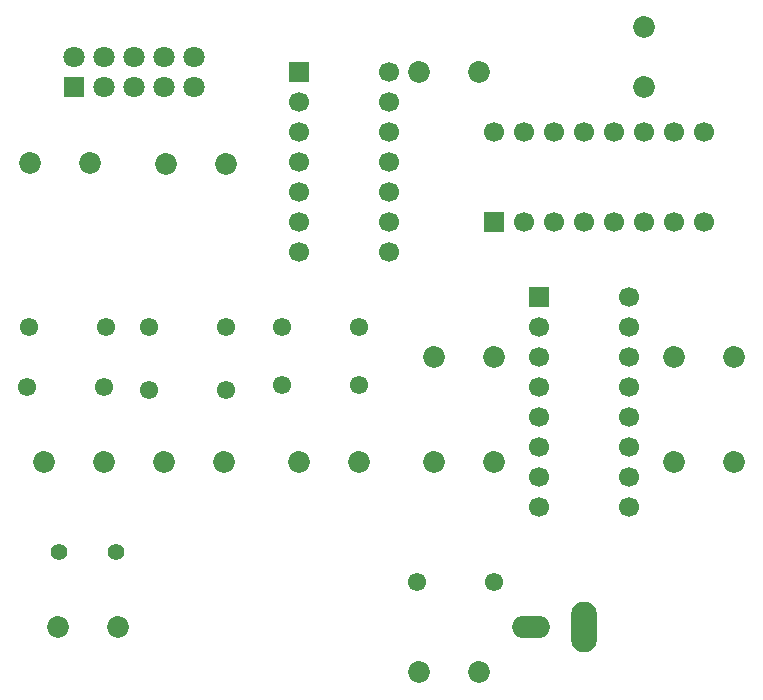
<source format=gbr>
G04 DipTrace 3.2.0.1*
G04 BottomMask.gbr*
%MOIN*%
G04 #@! TF.FileFunction,Soldermask,Bot*
G04 #@! TF.Part,Single*
%ADD34C,0.055874*%
%ADD36C,0.070874*%
%ADD38R,0.070874X0.070874*%
%ADD40O,0.125984X0.074803*%
%ADD42O,0.086614X0.169291*%
%ADD44C,0.066929*%
%ADD46R,0.066929X0.066929*%
%ADD48C,0.061024*%
%ADD52C,0.072835*%
%FSLAX26Y26*%
G04*
G70*
G90*
G75*
G01*
G04 BotMask*
%LPD*%
D52*
X1943701Y1593701D3*
X2143701D3*
X1943701Y1243701D3*
X2143701D3*
X1051181Y2237270D3*
X1251181D3*
D48*
X993701Y1693701D3*
X1249606D3*
Y1486614D3*
X993701D3*
D52*
X1243701Y1243701D3*
X1043701D3*
X1693701D3*
X1493701D3*
X843701D3*
X643701D3*
D46*
X2293701Y1793701D3*
D44*
Y1693701D3*
Y1593701D3*
Y1493701D3*
Y1393701D3*
Y1293701D3*
Y1193701D3*
Y1093701D3*
X2593701D3*
Y1193701D3*
Y1293701D3*
Y1393701D3*
Y1493701D3*
Y1593701D3*
Y1693701D3*
Y1793701D3*
D52*
X2093701Y543701D3*
X1893701D3*
D48*
X2143701Y843701D3*
X1887795D3*
D46*
X2143701Y2043701D3*
D44*
X2243701D3*
X2343701D3*
X2443701D3*
X2543701D3*
X2643701D3*
X2743701D3*
X2843701D3*
Y2343701D3*
X2743701D3*
X2643701D3*
X2543701D3*
X2443701D3*
X2343701D3*
X2243701D3*
X2143701D3*
D52*
X2643701Y2493701D3*
Y2693701D3*
X2743701Y1593701D3*
X2943701D3*
X2743701Y1243701D3*
X2943701D3*
D46*
X1493701Y2543701D3*
D44*
Y2443701D3*
Y2343701D3*
Y2243701D3*
Y2143701D3*
Y2043701D3*
Y1943701D3*
X1793701D3*
Y2043701D3*
Y2143701D3*
Y2243701D3*
Y2343701D3*
Y2443701D3*
Y2543701D3*
D52*
X1893701Y2543655D3*
X2093701D3*
D48*
X1437795Y1500787D3*
X1693701D3*
Y1693701D3*
X1437795D3*
D42*
X2443701Y693701D3*
D40*
X2266535D3*
D38*
X743701Y2493701D3*
D36*
X843701D3*
X943701D3*
X1043701D3*
X1143701D3*
X743701Y2593701D3*
X843701D3*
X943701D3*
X1043701D3*
X1143701D3*
D52*
X797703Y2241601D3*
X597703D3*
D48*
X593701Y1693701D3*
X849606D3*
X843701Y1493701D3*
X587795D3*
D34*
X693701Y943701D3*
X883701D3*
D52*
X688701Y693701D3*
X888701D3*
M02*

</source>
